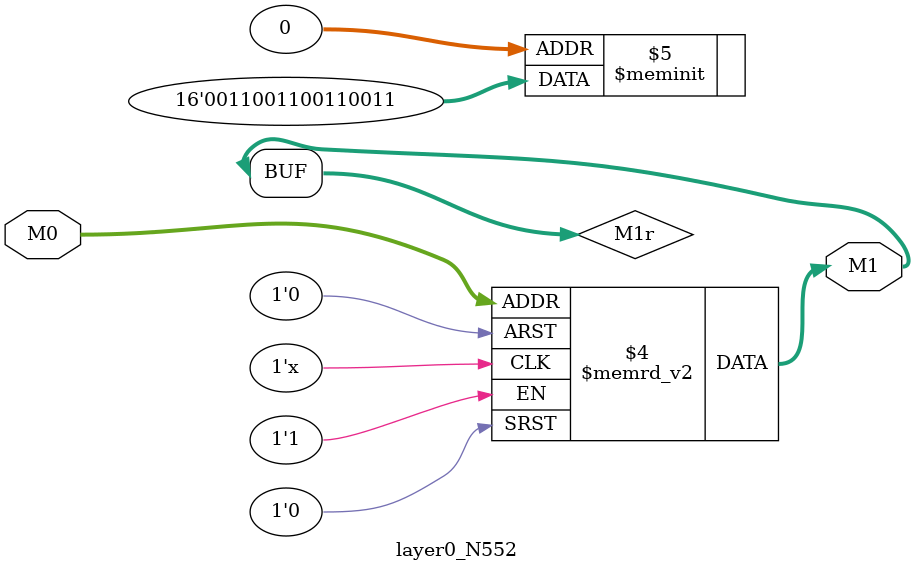
<source format=v>
module layer0_N552 ( input [2:0] M0, output [1:0] M1 );

	(*rom_style = "distributed" *) reg [1:0] M1r;
	assign M1 = M1r;
	always @ (M0) begin
		case (M0)
			3'b000: M1r = 2'b11;
			3'b100: M1r = 2'b11;
			3'b010: M1r = 2'b11;
			3'b110: M1r = 2'b11;
			3'b001: M1r = 2'b00;
			3'b101: M1r = 2'b00;
			3'b011: M1r = 2'b00;
			3'b111: M1r = 2'b00;

		endcase
	end
endmodule

</source>
